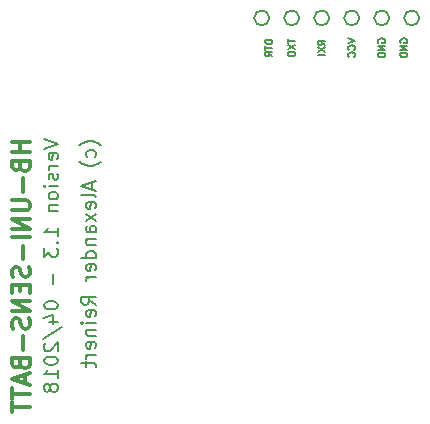
<source format=gbr>
G04 #@! TF.FileFunction,Legend,Bot*
%FSLAX46Y46*%
G04 Gerber Fmt 4.6, Leading zero omitted, Abs format (unit mm)*
G04 Created by KiCad (PCBNEW 4.0.7) date 04/25/18 22:19:43*
%MOMM*%
%LPD*%
G01*
G04 APERTURE LIST*
%ADD10C,0.100000*%
%ADD11C,0.200000*%
%ADD12C,0.300000*%
%ADD13C,0.150000*%
G04 APERTURE END LIST*
D10*
D11*
X113395000Y-90798571D02*
X113337857Y-90741429D01*
X113166429Y-90627143D01*
X113052143Y-90570000D01*
X112880714Y-90512857D01*
X112595000Y-90455714D01*
X112366429Y-90455714D01*
X112080714Y-90512857D01*
X111909286Y-90570000D01*
X111795000Y-90627143D01*
X111623571Y-90741429D01*
X111566429Y-90798571D01*
X112880714Y-91770000D02*
X112937857Y-91655714D01*
X112937857Y-91427143D01*
X112880714Y-91312857D01*
X112823571Y-91255714D01*
X112709286Y-91198571D01*
X112366429Y-91198571D01*
X112252143Y-91255714D01*
X112195000Y-91312857D01*
X112137857Y-91427143D01*
X112137857Y-91655714D01*
X112195000Y-91770000D01*
X113395000Y-92170000D02*
X113337857Y-92227142D01*
X113166429Y-92341428D01*
X113052143Y-92398571D01*
X112880714Y-92455714D01*
X112595000Y-92512857D01*
X112366429Y-92512857D01*
X112080714Y-92455714D01*
X111909286Y-92398571D01*
X111795000Y-92341428D01*
X111623571Y-92227142D01*
X111566429Y-92170000D01*
X112595000Y-93941428D02*
X112595000Y-94512857D01*
X112937857Y-93827143D02*
X111737857Y-94227143D01*
X112937857Y-94627143D01*
X112937857Y-95198571D02*
X112880714Y-95084285D01*
X112766429Y-95027142D01*
X111737857Y-95027142D01*
X112880714Y-96112856D02*
X112937857Y-95998570D01*
X112937857Y-95769999D01*
X112880714Y-95655713D01*
X112766429Y-95598570D01*
X112309286Y-95598570D01*
X112195000Y-95655713D01*
X112137857Y-95769999D01*
X112137857Y-95998570D01*
X112195000Y-96112856D01*
X112309286Y-96169999D01*
X112423571Y-96169999D01*
X112537857Y-95598570D01*
X112937857Y-96569999D02*
X112137857Y-97198570D01*
X112137857Y-96569999D02*
X112937857Y-97198570D01*
X112937857Y-98169999D02*
X112309286Y-98169999D01*
X112195000Y-98112856D01*
X112137857Y-97998570D01*
X112137857Y-97769999D01*
X112195000Y-97655713D01*
X112880714Y-98169999D02*
X112937857Y-98055713D01*
X112937857Y-97769999D01*
X112880714Y-97655713D01*
X112766429Y-97598570D01*
X112652143Y-97598570D01*
X112537857Y-97655713D01*
X112480714Y-97769999D01*
X112480714Y-98055713D01*
X112423571Y-98169999D01*
X112137857Y-98741427D02*
X112937857Y-98741427D01*
X112252143Y-98741427D02*
X112195000Y-98798570D01*
X112137857Y-98912856D01*
X112137857Y-99084284D01*
X112195000Y-99198570D01*
X112309286Y-99255713D01*
X112937857Y-99255713D01*
X112937857Y-100341427D02*
X111737857Y-100341427D01*
X112880714Y-100341427D02*
X112937857Y-100227141D01*
X112937857Y-99998570D01*
X112880714Y-99884284D01*
X112823571Y-99827141D01*
X112709286Y-99769998D01*
X112366429Y-99769998D01*
X112252143Y-99827141D01*
X112195000Y-99884284D01*
X112137857Y-99998570D01*
X112137857Y-100227141D01*
X112195000Y-100341427D01*
X112880714Y-101369998D02*
X112937857Y-101255712D01*
X112937857Y-101027141D01*
X112880714Y-100912855D01*
X112766429Y-100855712D01*
X112309286Y-100855712D01*
X112195000Y-100912855D01*
X112137857Y-101027141D01*
X112137857Y-101255712D01*
X112195000Y-101369998D01*
X112309286Y-101427141D01*
X112423571Y-101427141D01*
X112537857Y-100855712D01*
X112937857Y-101941426D02*
X112137857Y-101941426D01*
X112366429Y-101941426D02*
X112252143Y-101998569D01*
X112195000Y-102055712D01*
X112137857Y-102169998D01*
X112137857Y-102284283D01*
X112937857Y-104284284D02*
X112366429Y-103884284D01*
X112937857Y-103598569D02*
X111737857Y-103598569D01*
X111737857Y-104055712D01*
X111795000Y-104169998D01*
X111852143Y-104227141D01*
X111966429Y-104284284D01*
X112137857Y-104284284D01*
X112252143Y-104227141D01*
X112309286Y-104169998D01*
X112366429Y-104055712D01*
X112366429Y-103598569D01*
X112880714Y-105255712D02*
X112937857Y-105141426D01*
X112937857Y-104912855D01*
X112880714Y-104798569D01*
X112766429Y-104741426D01*
X112309286Y-104741426D01*
X112195000Y-104798569D01*
X112137857Y-104912855D01*
X112137857Y-105141426D01*
X112195000Y-105255712D01*
X112309286Y-105312855D01*
X112423571Y-105312855D01*
X112537857Y-104741426D01*
X112937857Y-105827140D02*
X112137857Y-105827140D01*
X111737857Y-105827140D02*
X111795000Y-105769997D01*
X111852143Y-105827140D01*
X111795000Y-105884283D01*
X111737857Y-105827140D01*
X111852143Y-105827140D01*
X112137857Y-106398569D02*
X112937857Y-106398569D01*
X112252143Y-106398569D02*
X112195000Y-106455712D01*
X112137857Y-106569998D01*
X112137857Y-106741426D01*
X112195000Y-106855712D01*
X112309286Y-106912855D01*
X112937857Y-106912855D01*
X112880714Y-107941426D02*
X112937857Y-107827140D01*
X112937857Y-107598569D01*
X112880714Y-107484283D01*
X112766429Y-107427140D01*
X112309286Y-107427140D01*
X112195000Y-107484283D01*
X112137857Y-107598569D01*
X112137857Y-107827140D01*
X112195000Y-107941426D01*
X112309286Y-107998569D01*
X112423571Y-107998569D01*
X112537857Y-107427140D01*
X112937857Y-108512854D02*
X112137857Y-108512854D01*
X112366429Y-108512854D02*
X112252143Y-108569997D01*
X112195000Y-108627140D01*
X112137857Y-108741426D01*
X112137857Y-108855711D01*
X112137857Y-109084283D02*
X112137857Y-109541426D01*
X111737857Y-109255711D02*
X112766429Y-109255711D01*
X112880714Y-109312854D01*
X112937857Y-109427140D01*
X112937857Y-109541426D01*
X108562857Y-90284286D02*
X109762857Y-90684286D01*
X108562857Y-91084286D01*
X109705714Y-91941428D02*
X109762857Y-91827142D01*
X109762857Y-91598571D01*
X109705714Y-91484285D01*
X109591429Y-91427142D01*
X109134286Y-91427142D01*
X109020000Y-91484285D01*
X108962857Y-91598571D01*
X108962857Y-91827142D01*
X109020000Y-91941428D01*
X109134286Y-91998571D01*
X109248571Y-91998571D01*
X109362857Y-91427142D01*
X109762857Y-92512856D02*
X108962857Y-92512856D01*
X109191429Y-92512856D02*
X109077143Y-92569999D01*
X109020000Y-92627142D01*
X108962857Y-92741428D01*
X108962857Y-92855713D01*
X109705714Y-93198570D02*
X109762857Y-93312856D01*
X109762857Y-93541428D01*
X109705714Y-93655713D01*
X109591429Y-93712856D01*
X109534286Y-93712856D01*
X109420000Y-93655713D01*
X109362857Y-93541428D01*
X109362857Y-93369999D01*
X109305714Y-93255713D01*
X109191429Y-93198570D01*
X109134286Y-93198570D01*
X109020000Y-93255713D01*
X108962857Y-93369999D01*
X108962857Y-93541428D01*
X109020000Y-93655713D01*
X109762857Y-94227142D02*
X108962857Y-94227142D01*
X108562857Y-94227142D02*
X108620000Y-94169999D01*
X108677143Y-94227142D01*
X108620000Y-94284285D01*
X108562857Y-94227142D01*
X108677143Y-94227142D01*
X109762857Y-94970000D02*
X109705714Y-94855714D01*
X109648571Y-94798571D01*
X109534286Y-94741428D01*
X109191429Y-94741428D01*
X109077143Y-94798571D01*
X109020000Y-94855714D01*
X108962857Y-94970000D01*
X108962857Y-95141428D01*
X109020000Y-95255714D01*
X109077143Y-95312857D01*
X109191429Y-95370000D01*
X109534286Y-95370000D01*
X109648571Y-95312857D01*
X109705714Y-95255714D01*
X109762857Y-95141428D01*
X109762857Y-94970000D01*
X108962857Y-95884285D02*
X109762857Y-95884285D01*
X109077143Y-95884285D02*
X109020000Y-95941428D01*
X108962857Y-96055714D01*
X108962857Y-96227142D01*
X109020000Y-96341428D01*
X109134286Y-96398571D01*
X109762857Y-96398571D01*
X109762857Y-98512857D02*
X109762857Y-97827142D01*
X109762857Y-98170000D02*
X108562857Y-98170000D01*
X108734286Y-98055714D01*
X108848571Y-97941428D01*
X108905714Y-97827142D01*
X109648571Y-99027142D02*
X109705714Y-99084285D01*
X109762857Y-99027142D01*
X109705714Y-98969999D01*
X109648571Y-99027142D01*
X109762857Y-99027142D01*
X108562857Y-99484286D02*
X108562857Y-100227143D01*
X109020000Y-99827143D01*
X109020000Y-99998571D01*
X109077143Y-100112857D01*
X109134286Y-100170000D01*
X109248571Y-100227143D01*
X109534286Y-100227143D01*
X109648571Y-100170000D01*
X109705714Y-100112857D01*
X109762857Y-99998571D01*
X109762857Y-99655714D01*
X109705714Y-99541428D01*
X109648571Y-99484286D01*
X109305714Y-101655714D02*
X109305714Y-102570000D01*
X108562857Y-104284286D02*
X108562857Y-104398571D01*
X108620000Y-104512857D01*
X108677143Y-104570000D01*
X108791429Y-104627143D01*
X109020000Y-104684286D01*
X109305714Y-104684286D01*
X109534286Y-104627143D01*
X109648571Y-104570000D01*
X109705714Y-104512857D01*
X109762857Y-104398571D01*
X109762857Y-104284286D01*
X109705714Y-104170000D01*
X109648571Y-104112857D01*
X109534286Y-104055714D01*
X109305714Y-103998571D01*
X109020000Y-103998571D01*
X108791429Y-104055714D01*
X108677143Y-104112857D01*
X108620000Y-104170000D01*
X108562857Y-104284286D01*
X108962857Y-105712857D02*
X109762857Y-105712857D01*
X108505714Y-105427143D02*
X109362857Y-105141428D01*
X109362857Y-105884286D01*
X108505714Y-107198571D02*
X110048571Y-106170000D01*
X108677143Y-107541428D02*
X108620000Y-107598571D01*
X108562857Y-107712857D01*
X108562857Y-107998571D01*
X108620000Y-108112857D01*
X108677143Y-108170000D01*
X108791429Y-108227143D01*
X108905714Y-108227143D01*
X109077143Y-108170000D01*
X109762857Y-107484286D01*
X109762857Y-108227143D01*
X108562857Y-108970000D02*
X108562857Y-109084285D01*
X108620000Y-109198571D01*
X108677143Y-109255714D01*
X108791429Y-109312857D01*
X109020000Y-109370000D01*
X109305714Y-109370000D01*
X109534286Y-109312857D01*
X109648571Y-109255714D01*
X109705714Y-109198571D01*
X109762857Y-109084285D01*
X109762857Y-108970000D01*
X109705714Y-108855714D01*
X109648571Y-108798571D01*
X109534286Y-108741428D01*
X109305714Y-108684285D01*
X109020000Y-108684285D01*
X108791429Y-108741428D01*
X108677143Y-108798571D01*
X108620000Y-108855714D01*
X108562857Y-108970000D01*
X109762857Y-110512857D02*
X109762857Y-109827142D01*
X109762857Y-110170000D02*
X108562857Y-110170000D01*
X108734286Y-110055714D01*
X108848571Y-109941428D01*
X108905714Y-109827142D01*
X109077143Y-111198571D02*
X109020000Y-111084285D01*
X108962857Y-111027142D01*
X108848571Y-110969999D01*
X108791429Y-110969999D01*
X108677143Y-111027142D01*
X108620000Y-111084285D01*
X108562857Y-111198571D01*
X108562857Y-111427142D01*
X108620000Y-111541428D01*
X108677143Y-111598571D01*
X108791429Y-111655714D01*
X108848571Y-111655714D01*
X108962857Y-111598571D01*
X109020000Y-111541428D01*
X109077143Y-111427142D01*
X109077143Y-111198571D01*
X109134286Y-111084285D01*
X109191429Y-111027142D01*
X109305714Y-110969999D01*
X109534286Y-110969999D01*
X109648571Y-111027142D01*
X109705714Y-111084285D01*
X109762857Y-111198571D01*
X109762857Y-111427142D01*
X109705714Y-111541428D01*
X109648571Y-111598571D01*
X109534286Y-111655714D01*
X109305714Y-111655714D01*
X109191429Y-111598571D01*
X109134286Y-111541428D01*
X109077143Y-111427142D01*
D12*
X107358571Y-90527143D02*
X105858571Y-90527143D01*
X106572857Y-90527143D02*
X106572857Y-91384286D01*
X107358571Y-91384286D02*
X105858571Y-91384286D01*
X106572857Y-92598572D02*
X106644286Y-92812858D01*
X106715714Y-92884286D01*
X106858571Y-92955715D01*
X107072857Y-92955715D01*
X107215714Y-92884286D01*
X107287143Y-92812858D01*
X107358571Y-92670000D01*
X107358571Y-92098572D01*
X105858571Y-92098572D01*
X105858571Y-92598572D01*
X105930000Y-92741429D01*
X106001429Y-92812858D01*
X106144286Y-92884286D01*
X106287143Y-92884286D01*
X106430000Y-92812858D01*
X106501429Y-92741429D01*
X106572857Y-92598572D01*
X106572857Y-92098572D01*
X106787143Y-93598572D02*
X106787143Y-94741429D01*
X105858571Y-95455715D02*
X107072857Y-95455715D01*
X107215714Y-95527143D01*
X107287143Y-95598572D01*
X107358571Y-95741429D01*
X107358571Y-96027143D01*
X107287143Y-96170001D01*
X107215714Y-96241429D01*
X107072857Y-96312858D01*
X105858571Y-96312858D01*
X107358571Y-97027144D02*
X105858571Y-97027144D01*
X107358571Y-97884287D01*
X105858571Y-97884287D01*
X107358571Y-98598573D02*
X105858571Y-98598573D01*
X106787143Y-99312859D02*
X106787143Y-100455716D01*
X107287143Y-101098573D02*
X107358571Y-101312859D01*
X107358571Y-101670002D01*
X107287143Y-101812859D01*
X107215714Y-101884288D01*
X107072857Y-101955716D01*
X106930000Y-101955716D01*
X106787143Y-101884288D01*
X106715714Y-101812859D01*
X106644286Y-101670002D01*
X106572857Y-101384288D01*
X106501429Y-101241430D01*
X106430000Y-101170002D01*
X106287143Y-101098573D01*
X106144286Y-101098573D01*
X106001429Y-101170002D01*
X105930000Y-101241430D01*
X105858571Y-101384288D01*
X105858571Y-101741430D01*
X105930000Y-101955716D01*
X106572857Y-102598573D02*
X106572857Y-103098573D01*
X107358571Y-103312859D02*
X107358571Y-102598573D01*
X105858571Y-102598573D01*
X105858571Y-103312859D01*
X107358571Y-103955716D02*
X105858571Y-103955716D01*
X107358571Y-104812859D01*
X105858571Y-104812859D01*
X107287143Y-105455716D02*
X107358571Y-105670002D01*
X107358571Y-106027145D01*
X107287143Y-106170002D01*
X107215714Y-106241431D01*
X107072857Y-106312859D01*
X106930000Y-106312859D01*
X106787143Y-106241431D01*
X106715714Y-106170002D01*
X106644286Y-106027145D01*
X106572857Y-105741431D01*
X106501429Y-105598573D01*
X106430000Y-105527145D01*
X106287143Y-105455716D01*
X106144286Y-105455716D01*
X106001429Y-105527145D01*
X105930000Y-105598573D01*
X105858571Y-105741431D01*
X105858571Y-106098573D01*
X105930000Y-106312859D01*
X106787143Y-106955716D02*
X106787143Y-108098573D01*
X106572857Y-109312859D02*
X106644286Y-109527145D01*
X106715714Y-109598573D01*
X106858571Y-109670002D01*
X107072857Y-109670002D01*
X107215714Y-109598573D01*
X107287143Y-109527145D01*
X107358571Y-109384287D01*
X107358571Y-108812859D01*
X105858571Y-108812859D01*
X105858571Y-109312859D01*
X105930000Y-109455716D01*
X106001429Y-109527145D01*
X106144286Y-109598573D01*
X106287143Y-109598573D01*
X106430000Y-109527145D01*
X106501429Y-109455716D01*
X106572857Y-109312859D01*
X106572857Y-108812859D01*
X106930000Y-110241430D02*
X106930000Y-110955716D01*
X107358571Y-110098573D02*
X105858571Y-110598573D01*
X107358571Y-111098573D01*
X105858571Y-111384287D02*
X105858571Y-112241430D01*
X107358571Y-111812859D02*
X105858571Y-111812859D01*
X105858571Y-112527144D02*
X105858571Y-113384287D01*
X107358571Y-112955716D02*
X105858571Y-112955716D01*
D13*
X140335000Y-80010000D02*
G75*
G03X140335000Y-80010000I-635000J0D01*
G01*
X137795000Y-80010000D02*
G75*
G03X137795000Y-80010000I-635000J0D01*
G01*
X135255000Y-80010000D02*
G75*
G03X135255000Y-80010000I-635000J0D01*
G01*
X132715000Y-80010000D02*
G75*
G03X132715000Y-80010000I-635000J0D01*
G01*
X130175000Y-80010000D02*
G75*
G03X130175000Y-80010000I-635000J0D01*
G01*
X127635000Y-80010000D02*
G75*
G03X127635000Y-80010000I-635000J0D01*
G01*
X138765000Y-82092858D02*
X138736429Y-82035715D01*
X138736429Y-81950001D01*
X138765000Y-81864286D01*
X138822143Y-81807144D01*
X138879286Y-81778572D01*
X138993571Y-81750001D01*
X139079286Y-81750001D01*
X139193571Y-81778572D01*
X139250714Y-81807144D01*
X139307857Y-81864286D01*
X139336429Y-81950001D01*
X139336429Y-82007144D01*
X139307857Y-82092858D01*
X139279286Y-82121429D01*
X139079286Y-82121429D01*
X139079286Y-82007144D01*
X139336429Y-82378572D02*
X138736429Y-82378572D01*
X139336429Y-82721429D01*
X138736429Y-82721429D01*
X139336429Y-83007143D02*
X138736429Y-83007143D01*
X138736429Y-83150000D01*
X138765000Y-83235715D01*
X138822143Y-83292857D01*
X138879286Y-83321429D01*
X138993571Y-83350000D01*
X139079286Y-83350000D01*
X139193571Y-83321429D01*
X139250714Y-83292857D01*
X139307857Y-83235715D01*
X139336429Y-83150000D01*
X139336429Y-83007143D01*
X136860000Y-82092858D02*
X136831429Y-82035715D01*
X136831429Y-81950001D01*
X136860000Y-81864286D01*
X136917143Y-81807144D01*
X136974286Y-81778572D01*
X137088571Y-81750001D01*
X137174286Y-81750001D01*
X137288571Y-81778572D01*
X137345714Y-81807144D01*
X137402857Y-81864286D01*
X137431429Y-81950001D01*
X137431429Y-82007144D01*
X137402857Y-82092858D01*
X137374286Y-82121429D01*
X137174286Y-82121429D01*
X137174286Y-82007144D01*
X137431429Y-82378572D02*
X136831429Y-82378572D01*
X137431429Y-82721429D01*
X136831429Y-82721429D01*
X137431429Y-83007143D02*
X136831429Y-83007143D01*
X136831429Y-83150000D01*
X136860000Y-83235715D01*
X136917143Y-83292857D01*
X136974286Y-83321429D01*
X137088571Y-83350000D01*
X137174286Y-83350000D01*
X137288571Y-83321429D01*
X137345714Y-83292857D01*
X137402857Y-83235715D01*
X137431429Y-83150000D01*
X137431429Y-83007143D01*
X134291429Y-81750000D02*
X134891429Y-81950000D01*
X134291429Y-82150000D01*
X134834286Y-82692857D02*
X134862857Y-82664286D01*
X134891429Y-82578572D01*
X134891429Y-82521429D01*
X134862857Y-82435714D01*
X134805714Y-82378572D01*
X134748571Y-82350000D01*
X134634286Y-82321429D01*
X134548571Y-82321429D01*
X134434286Y-82350000D01*
X134377143Y-82378572D01*
X134320000Y-82435714D01*
X134291429Y-82521429D01*
X134291429Y-82578572D01*
X134320000Y-82664286D01*
X134348571Y-82692857D01*
X134834286Y-83292857D02*
X134862857Y-83264286D01*
X134891429Y-83178572D01*
X134891429Y-83121429D01*
X134862857Y-83035714D01*
X134805714Y-82978572D01*
X134748571Y-82950000D01*
X134634286Y-82921429D01*
X134548571Y-82921429D01*
X134434286Y-82950000D01*
X134377143Y-82978572D01*
X134320000Y-83035714D01*
X134291429Y-83121429D01*
X134291429Y-83178572D01*
X134320000Y-83264286D01*
X134348571Y-83292857D01*
X132351429Y-82307143D02*
X132065714Y-82107143D01*
X132351429Y-81964286D02*
X131751429Y-81964286D01*
X131751429Y-82192858D01*
X131780000Y-82250000D01*
X131808571Y-82278572D01*
X131865714Y-82307143D01*
X131951429Y-82307143D01*
X132008571Y-82278572D01*
X132037143Y-82250000D01*
X132065714Y-82192858D01*
X132065714Y-81964286D01*
X131751429Y-82507143D02*
X132351429Y-82907143D01*
X131751429Y-82907143D02*
X132351429Y-82507143D01*
X132351429Y-83135715D02*
X131751429Y-83135715D01*
X129211429Y-81792857D02*
X129211429Y-82135714D01*
X129811429Y-81964285D02*
X129211429Y-81964285D01*
X129211429Y-82278571D02*
X129811429Y-82678571D01*
X129211429Y-82678571D02*
X129811429Y-82278571D01*
X129811429Y-82907143D02*
X129211429Y-82907143D01*
X129211429Y-83050000D01*
X129240000Y-83135715D01*
X129297143Y-83192857D01*
X129354286Y-83221429D01*
X129468571Y-83250000D01*
X129554286Y-83250000D01*
X129668571Y-83221429D01*
X129725714Y-83192857D01*
X129782857Y-83135715D01*
X129811429Y-83050000D01*
X129811429Y-82907143D01*
X127906429Y-81864286D02*
X127306429Y-81864286D01*
X127306429Y-82007143D01*
X127335000Y-82092858D01*
X127392143Y-82150000D01*
X127449286Y-82178572D01*
X127563571Y-82207143D01*
X127649286Y-82207143D01*
X127763571Y-82178572D01*
X127820714Y-82150000D01*
X127877857Y-82092858D01*
X127906429Y-82007143D01*
X127906429Y-81864286D01*
X127306429Y-82378572D02*
X127306429Y-82721429D01*
X127906429Y-82550000D02*
X127306429Y-82550000D01*
X127906429Y-83264286D02*
X127620714Y-83064286D01*
X127906429Y-82921429D02*
X127306429Y-82921429D01*
X127306429Y-83150001D01*
X127335000Y-83207143D01*
X127363571Y-83235715D01*
X127420714Y-83264286D01*
X127506429Y-83264286D01*
X127563571Y-83235715D01*
X127592143Y-83207143D01*
X127620714Y-83150001D01*
X127620714Y-82921429D01*
M02*

</source>
